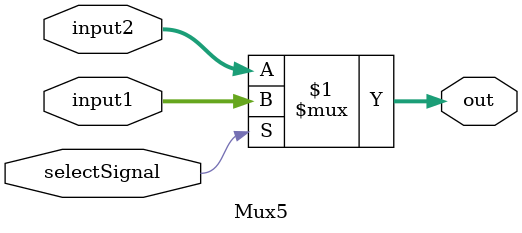
<source format=v>
`timescale 1ns / 1ps


module Mux5(
        input selectSignal,
        input [4:0] input1,
        input [4:0] input2,
        output [4:0] out
    );
    
    assign out = selectSignal ? input1 : input2;
    
endmodule

</source>
